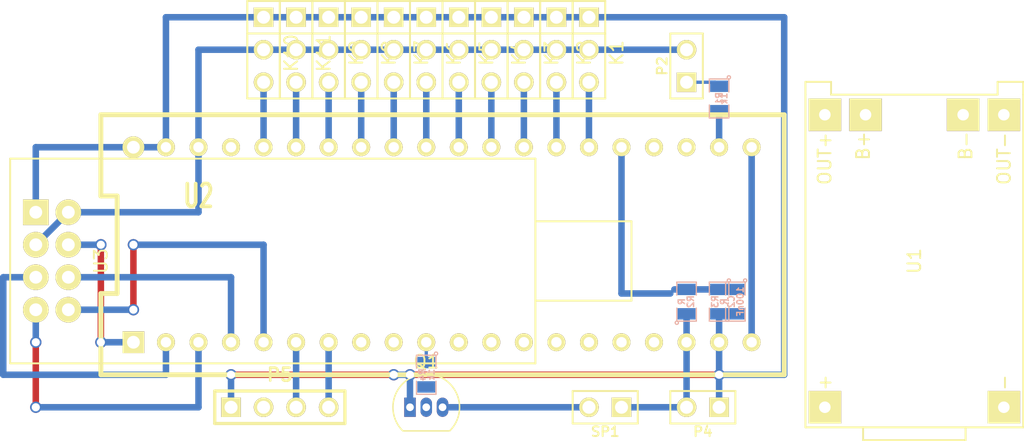
<source format=kicad_pcb>
(kicad_pcb (version 4) (host pcbnew 4.0.5-e0-6337~49~ubuntu16.04.1)

  (general
    (links 64)
    (no_connects 2)
    (area 215.544399 103.933399 295.696601 140.9306)
    (thickness 1.6)
    (drawings 0)
    (tracks 101)
    (zones 0)
    (modules 24)
    (nets 35)
  )

  (page A3)
  (layers
    (0 F.Cu signal)
    (31 B.Cu signal)
    (32 B.Adhes user)
    (33 F.Adhes user)
    (34 B.Paste user)
    (35 F.Paste user)
    (36 B.SilkS user)
    (37 F.SilkS user)
    (38 B.Mask user)
    (39 F.Mask user)
    (40 Dwgs.User user)
    (41 Cmts.User user)
    (42 Eco1.User user)
    (43 Eco2.User user)
    (44 Edge.Cuts user)
  )

  (setup
    (last_trace_width 0.254)
    (user_trace_width 0.508)
    (trace_clearance 0.1016)
    (zone_clearance 0.508)
    (zone_45_only no)
    (trace_min 0.254)
    (segment_width 0.2)
    (edge_width 0.1)
    (via_size 0.889)
    (via_drill 0.635)
    (via_min_size 0.889)
    (via_min_drill 0.508)
    (uvia_size 0.508)
    (uvia_drill 0.127)
    (uvias_allowed no)
    (uvia_min_size 0.508)
    (uvia_min_drill 0.127)
    (pcb_text_width 0.3)
    (pcb_text_size 1.5 1.5)
    (mod_edge_width 0.15)
    (mod_text_size 1 1)
    (mod_text_width 0.15)
    (pad_size 1.5 1.5)
    (pad_drill 0.6)
    (pad_to_mask_clearance 0)
    (aux_axis_origin 0 0)
    (grid_origin 213.36 139.7)
    (visible_elements 7FFFEF3F)
    (pcbplotparams
      (layerselection 0x00030_80000001)
      (usegerberextensions true)
      (excludeedgelayer true)
      (linewidth 0.150000)
      (plotframeref false)
      (viasonmask false)
      (mode 1)
      (useauxorigin false)
      (hpglpennumber 1)
      (hpglpenspeed 20)
      (hpglpendiameter 15)
      (hpglpenoverlay 2)
      (psnegative false)
      (psa4output false)
      (plotreference true)
      (plotvalue true)
      (plotinvisibletext false)
      (padsonsilk false)
      (subtractmaskfromsilk false)
      (outputformat 1)
      (mirror false)
      (drillshape 1)
      (scaleselection 1)
      (outputdirectory ""))
  )

  (net 0 "")
  (net 1 /ADC0)
  (net 2 /ADC1)
  (net 3 /ADC2)
  (net 4 /ADC3)
  (net 5 /ADC4)
  (net 6 /ADC5)
  (net 7 /ADC6)
  (net 8 /ADC7)
  (net 9 /ADC8)
  (net 10 /ADC9)
  (net 11 /BUZZER)
  (net 12 /CSN)
  (net 13 /IRQ)
  (net 14 /LED)
  (net 15 /MISO)
  (net 16 /MOSI)
  (net 17 /RX)
  (net 18 /SCK)
  (net 19 /SW1)
  (net 20 /SW2)
  (net 21 /TX)
  (net 22 GND)
  (net 23 N-000001)
  (net 24 N-0000013)
  (net 25 N-0000014)
  (net 26 N-0000021)
  (net 27 N-0000022)
  (net 28 N-0000029)
  (net 29 N-000003)
  (net 30 N-000004)
  (net 31 N-0000042)
  (net 32 N-0000043)
  (net 33 VCC)
  (net 34 VDD)

  (net_class Default "This is the default net class."
    (clearance 0.1016)
    (trace_width 0.254)
    (via_dia 0.889)
    (via_drill 0.635)
    (uvia_dia 0.508)
    (uvia_drill 0.127)
    (add_net /ADC0)
    (add_net /ADC1)
    (add_net /ADC2)
    (add_net /ADC3)
    (add_net /ADC4)
    (add_net /ADC5)
    (add_net /ADC6)
    (add_net /ADC7)
    (add_net /ADC8)
    (add_net /ADC9)
    (add_net /BUZZER)
    (add_net /CSN)
    (add_net /IRQ)
    (add_net /LED)
    (add_net /MISO)
    (add_net /MOSI)
    (add_net /RX)
    (add_net /SCK)
    (add_net /SW1)
    (add_net /SW2)
    (add_net /TX)
    (add_net GND)
    (add_net N-000001)
    (add_net N-0000013)
    (add_net N-0000014)
    (add_net N-0000021)
    (add_net N-0000022)
    (add_net N-0000029)
    (add_net N-000003)
    (add_net N-000004)
    (add_net N-0000042)
    (add_net N-0000043)
    (add_net VCC)
    (add_net VDD)
  )

  (module WLA-STM32:STM32F103C8T6 (layer F.Cu) (tedit 58998C2B) (tstamp 57204414)
    (at 250.19 124.46)
    (descr "Module Dil 40 pins, pads ronds, e=600 mils")
    (tags STM32)
    (path /57202BC2)
    (fp_text reference U2 (at -19.05 -3.81) (layer F.SilkS)
      (effects (font (size 1.778 1.143) (thickness 0.3048)))
    )
    (fp_text value STM32F103C8T6_DEV_BOARD (at 1.27 0) (layer F.SilkS) hide
      (effects (font (size 1.778 1.778) (thickness 0.3048)))
    )
    (fp_line (start 26.67 -10.16) (end 26.67 10.16) (layer F.SilkS) (width 0.381))
    (fp_line (start -26.67 3.81) (end -26.67 10.16) (layer F.SilkS) (width 0.381))
    (fp_line (start -25.4 -3.81) (end -25.4 3.81) (layer F.SilkS) (width 0.381))
    (fp_line (start -26.67 -10.16) (end -26.67 -3.81) (layer F.SilkS) (width 0.381))
    (fp_line (start -26.67 -3.81) (end -25.4 -3.81) (layer F.SilkS) (width 0.381))
    (fp_line (start -25.4 3.81) (end -26.67 3.81) (layer F.SilkS) (width 0.381))
    (fp_line (start -26.67 -10.16) (end 26.67 -10.16) (layer F.SilkS) (width 0.381))
    (fp_line (start 26.67 10.16) (end -26.67 10.16) (layer F.SilkS) (width 0.381))
    (pad 1 thru_hole rect (at -24.13 7.62) (size 1.7 1.7) (drill 1) (layers *.Cu *.Mask F.SilkS)
      (net 12 /CSN))
    (pad 2 thru_hole circle (at -21.59 7.62) (size 1.397 1.397) (drill 0.8128) (layers *.Cu *.Mask F.SilkS)
      (net 18 /SCK))
    (pad 3 thru_hole circle (at -19.05 7.62) (size 1.397 1.397) (drill 0.8128) (layers *.Cu *.Mask F.SilkS)
      (net 15 /MISO))
    (pad 4 thru_hole circle (at -16.51 7.62) (size 1.397 1.397) (drill 0.8128) (layers *.Cu *.Mask F.SilkS)
      (net 16 /MOSI))
    (pad 5 thru_hole circle (at -13.97 7.62) (size 1.397 1.397) (drill 0.8128) (layers *.Cu *.Mask F.SilkS)
      (net 13 /IRQ))
    (pad 6 thru_hole circle (at -11.43 7.62) (size 1.397 1.397) (drill 0.8128) (layers *.Cu *.Mask F.SilkS)
      (net 21 /TX))
    (pad 7 thru_hole circle (at -8.89 7.62) (size 1.397 1.397) (drill 0.8128) (layers *.Cu *.Mask F.SilkS)
      (net 17 /RX))
    (pad 8 thru_hole circle (at -6.35 7.62) (size 1.397 1.397) (drill 0.8128) (layers *.Cu *.Mask F.SilkS))
    (pad 9 thru_hole circle (at -3.81 7.62) (size 1.397 1.397) (drill 0.8128) (layers *.Cu *.Mask F.SilkS))
    (pad 10 thru_hole circle (at -1.27 7.62) (size 1.397 1.397) (drill 0.8128) (layers *.Cu *.Mask F.SilkS)
      (net 11 /BUZZER))
    (pad 11 thru_hole circle (at 1.27 7.62) (size 1.397 1.397) (drill 0.8128) (layers *.Cu *.Mask F.SilkS))
    (pad 12 thru_hole circle (at 3.81 7.62) (size 1.397 1.397) (drill 0.8128) (layers *.Cu *.Mask F.SilkS))
    (pad 13 thru_hole circle (at 6.35 7.62) (size 1.397 1.397) (drill 0.8128) (layers *.Cu *.Mask F.SilkS))
    (pad 14 thru_hole circle (at 8.89 7.62) (size 1.397 1.397) (drill 0.8128) (layers *.Cu *.Mask F.SilkS))
    (pad 15 thru_hole circle (at 11.43 7.62) (size 1.397 1.397) (drill 0.8128) (layers *.Cu *.Mask F.SilkS))
    (pad 16 thru_hole circle (at 13.97 7.62) (size 1.397 1.397) (drill 0.8128) (layers *.Cu *.Mask F.SilkS))
    (pad 17 thru_hole circle (at 16.51 7.62) (size 1.397 1.397) (drill 0.8128) (layers *.Cu *.Mask F.SilkS))
    (pad 18 thru_hole circle (at 19.05 7.62) (size 1.397 1.397) (drill 0.8128) (layers *.Cu *.Mask F.SilkS)
      (net 34 VDD))
    (pad 19 thru_hole circle (at 21.59 7.62) (size 1.397 1.397) (drill 0.8128) (layers *.Cu *.Mask F.SilkS)
      (net 22 GND))
    (pad 20 thru_hole circle (at 24.13 7.62) (size 1.397 1.397) (drill 0.8128) (layers *.Cu *.Mask F.SilkS)
      (net 27 N-0000022))
    (pad 21 thru_hole circle (at 24.13 -7.62) (size 1.397 1.397) (drill 0.8128) (layers *.Cu *.Mask F.SilkS)
      (net 27 N-0000022))
    (pad 22 thru_hole circle (at 21.59 -7.62) (size 1.397 1.397) (drill 0.8128) (layers *.Cu *.Mask F.SilkS)
      (net 14 /LED))
    (pad 23 thru_hole circle (at 19.05 -7.62) (size 1.397 1.397) (drill 0.8128) (layers *.Cu *.Mask F.SilkS))
    (pad 24 thru_hole circle (at 16.51 -7.62) (size 1.397 1.397) (drill 0.8128) (layers *.Cu *.Mask F.SilkS))
    (pad 25 thru_hole circle (at 13.97 -7.62) (size 1.397 1.397) (drill 0.8128) (layers *.Cu *.Mask F.SilkS)
      (net 1 /ADC0))
    (pad 26 thru_hole circle (at 11.43 -7.62) (size 1.397 1.397) (drill 0.8128) (layers *.Cu *.Mask F.SilkS)
      (net 2 /ADC1))
    (pad 27 thru_hole circle (at 8.89 -7.62) (size 1.397 1.397) (drill 0.8128) (layers *.Cu *.Mask F.SilkS)
      (net 3 /ADC2))
    (pad 28 thru_hole circle (at 6.35 -7.62) (size 1.397 1.397) (drill 0.8128) (layers *.Cu *.Mask F.SilkS)
      (net 4 /ADC3))
    (pad 29 thru_hole circle (at 3.81 -7.62) (size 1.397 1.397) (drill 0.8128) (layers *.Cu *.Mask F.SilkS)
      (net 5 /ADC4))
    (pad 30 thru_hole circle (at 1.27 -7.62) (size 1.397 1.397) (drill 0.8128) (layers *.Cu *.Mask F.SilkS)
      (net 6 /ADC5))
    (pad 31 thru_hole circle (at -1.27 -7.62) (size 1.397 1.397) (drill 0.8128) (layers *.Cu *.Mask F.SilkS)
      (net 7 /ADC6))
    (pad 32 thru_hole circle (at -3.81 -7.62) (size 1.397 1.397) (drill 0.8128) (layers *.Cu *.Mask F.SilkS)
      (net 8 /ADC7))
    (pad 33 thru_hole circle (at -6.35 -7.62) (size 1.397 1.397) (drill 0.8128) (layers *.Cu *.Mask F.SilkS)
      (net 9 /ADC8))
    (pad 34 thru_hole circle (at -8.89 -7.62) (size 1.397 1.397) (drill 0.8128) (layers *.Cu *.Mask F.SilkS)
      (net 10 /ADC9))
    (pad 35 thru_hole circle (at -11.43 -7.62) (size 1.397 1.397) (drill 0.8128) (layers *.Cu *.Mask F.SilkS)
      (net 20 /SW2))
    (pad 36 thru_hole circle (at -13.97 -7.62) (size 1.397 1.397) (drill 0.8128) (layers *.Cu *.Mask F.SilkS)
      (net 19 /SW1))
    (pad 37 thru_hole circle (at -16.51 -7.62) (size 1.397 1.397) (drill 0.8128) (layers *.Cu *.Mask F.SilkS))
    (pad 38 thru_hole circle (at -19.05 -7.62) (size 1.397 1.397) (drill 0.8128) (layers *.Cu *.Mask F.SilkS)
      (net 33 VCC))
    (pad 39 thru_hole circle (at -21.59 -7.62) (size 1.397 1.397) (drill 0.8128) (layers *.Cu *.Mask F.SilkS)
      (net 22 GND))
    (pad 40 thru_hole circle (at -24.13 -7.62) (size 1.7 1.7) (drill 1) (layers *.Cu *.Mask F.SilkS)
      (net 22 GND))
    (model /home/laneboysrc/projects/kicad-libraries/WLA-STM32.pretty/STM32F103C8T6.x3d
      (at (xyz 0 0 0))
      (scale (xyz 1 1 1))
      (rotate (xyz 0 0 0))
    )
  )

  (module PIN_ARRAY_3X1 (layer F.Cu) (tedit 4C1130E0) (tstamp 5720437F)
    (at 261.62 109.22 270)
    (descr "Connecteur 3 pins")
    (tags "CONN DEV")
    (path /57203BE7)
    (fp_text reference K1 (at 0.254 -2.159 270) (layer F.SilkS)
      (effects (font (size 1.016 1.016) (thickness 0.1524)))
    )
    (fp_text value CONN_3 (at 0 -2.159 270) (layer F.SilkS) hide
      (effects (font (size 1.016 1.016) (thickness 0.1524)))
    )
    (fp_line (start -3.81 1.27) (end -3.81 -1.27) (layer F.SilkS) (width 0.1524))
    (fp_line (start -3.81 -1.27) (end 3.81 -1.27) (layer F.SilkS) (width 0.1524))
    (fp_line (start 3.81 -1.27) (end 3.81 1.27) (layer F.SilkS) (width 0.1524))
    (fp_line (start 3.81 1.27) (end -3.81 1.27) (layer F.SilkS) (width 0.1524))
    (fp_line (start -1.27 -1.27) (end -1.27 1.27) (layer F.SilkS) (width 0.1524))
    (pad 1 thru_hole rect (at -2.54 0 270) (size 1.524 1.524) (drill 1.016) (layers *.Cu *.Mask F.SilkS)
      (net 22 GND))
    (pad 2 thru_hole circle (at 0 0 270) (size 1.524 1.524) (drill 1.016) (layers *.Cu *.Mask F.SilkS)
      (net 33 VCC))
    (pad 3 thru_hole circle (at 2.54 0 270) (size 1.524 1.524) (drill 1.016) (layers *.Cu *.Mask F.SilkS)
      (net 2 /ADC1))
    (model pin_array/pins_array_3x1.wrl
      (at (xyz 0 0 0))
      (scale (xyz 1 1 1))
      (rotate (xyz 0 0 0))
    )
  )

  (module PIN_ARRAY_3X1 (layer F.Cu) (tedit 4C1130E0) (tstamp 57204373)
    (at 256.54 109.22 270)
    (descr "Connecteur 3 pins")
    (tags "CONN DEV")
    (path /57203C22)
    (fp_text reference K3 (at 0.254 -2.159 270) (layer F.SilkS)
      (effects (font (size 1.016 1.016) (thickness 0.1524)))
    )
    (fp_text value CONN_3 (at 0 -2.159 270) (layer F.SilkS) hide
      (effects (font (size 1.016 1.016) (thickness 0.1524)))
    )
    (fp_line (start -3.81 1.27) (end -3.81 -1.27) (layer F.SilkS) (width 0.1524))
    (fp_line (start -3.81 -1.27) (end 3.81 -1.27) (layer F.SilkS) (width 0.1524))
    (fp_line (start 3.81 -1.27) (end 3.81 1.27) (layer F.SilkS) (width 0.1524))
    (fp_line (start 3.81 1.27) (end -3.81 1.27) (layer F.SilkS) (width 0.1524))
    (fp_line (start -1.27 -1.27) (end -1.27 1.27) (layer F.SilkS) (width 0.1524))
    (pad 1 thru_hole rect (at -2.54 0 270) (size 1.524 1.524) (drill 1.016) (layers *.Cu *.Mask F.SilkS)
      (net 22 GND))
    (pad 2 thru_hole circle (at 0 0 270) (size 1.524 1.524) (drill 1.016) (layers *.Cu *.Mask F.SilkS)
      (net 33 VCC))
    (pad 3 thru_hole circle (at 2.54 0 270) (size 1.524 1.524) (drill 1.016) (layers *.Cu *.Mask F.SilkS)
      (net 4 /ADC3))
    (model pin_array/pins_array_3x1.wrl
      (at (xyz 0 0 0))
      (scale (xyz 1 1 1))
      (rotate (xyz 0 0 0))
    )
  )

  (module PIN_ARRAY_3X1 (layer F.Cu) (tedit 4C1130E0) (tstamp 57204367)
    (at 254 109.22 270)
    (descr "Connecteur 3 pins")
    (tags "CONN DEV")
    (path /57203C28)
    (fp_text reference K4 (at 0.254 -2.159 270) (layer F.SilkS)
      (effects (font (size 1.016 1.016) (thickness 0.1524)))
    )
    (fp_text value CONN_3 (at 0 -2.159 270) (layer F.SilkS) hide
      (effects (font (size 1.016 1.016) (thickness 0.1524)))
    )
    (fp_line (start -3.81 1.27) (end -3.81 -1.27) (layer F.SilkS) (width 0.1524))
    (fp_line (start -3.81 -1.27) (end 3.81 -1.27) (layer F.SilkS) (width 0.1524))
    (fp_line (start 3.81 -1.27) (end 3.81 1.27) (layer F.SilkS) (width 0.1524))
    (fp_line (start 3.81 1.27) (end -3.81 1.27) (layer F.SilkS) (width 0.1524))
    (fp_line (start -1.27 -1.27) (end -1.27 1.27) (layer F.SilkS) (width 0.1524))
    (pad 1 thru_hole rect (at -2.54 0 270) (size 1.524 1.524) (drill 1.016) (layers *.Cu *.Mask F.SilkS)
      (net 22 GND))
    (pad 2 thru_hole circle (at 0 0 270) (size 1.524 1.524) (drill 1.016) (layers *.Cu *.Mask F.SilkS)
      (net 33 VCC))
    (pad 3 thru_hole circle (at 2.54 0 270) (size 1.524 1.524) (drill 1.016) (layers *.Cu *.Mask F.SilkS)
      (net 5 /ADC4))
    (model pin_array/pins_array_3x1.wrl
      (at (xyz 0 0 0))
      (scale (xyz 1 1 1))
      (rotate (xyz 0 0 0))
    )
  )

  (module PIN_ARRAY_3X1 (layer F.Cu) (tedit 4C1130E0) (tstamp 5720435B)
    (at 251.46 109.22 270)
    (descr "Connecteur 3 pins")
    (tags "CONN DEV")
    (path /57203C2E)
    (fp_text reference K5 (at 0.254 -2.159 270) (layer F.SilkS)
      (effects (font (size 1.016 1.016) (thickness 0.1524)))
    )
    (fp_text value CONN_3 (at 0 -2.159 270) (layer F.SilkS) hide
      (effects (font (size 1.016 1.016) (thickness 0.1524)))
    )
    (fp_line (start -3.81 1.27) (end -3.81 -1.27) (layer F.SilkS) (width 0.1524))
    (fp_line (start -3.81 -1.27) (end 3.81 -1.27) (layer F.SilkS) (width 0.1524))
    (fp_line (start 3.81 -1.27) (end 3.81 1.27) (layer F.SilkS) (width 0.1524))
    (fp_line (start 3.81 1.27) (end -3.81 1.27) (layer F.SilkS) (width 0.1524))
    (fp_line (start -1.27 -1.27) (end -1.27 1.27) (layer F.SilkS) (width 0.1524))
    (pad 1 thru_hole rect (at -2.54 0 270) (size 1.524 1.524) (drill 1.016) (layers *.Cu *.Mask F.SilkS)
      (net 22 GND))
    (pad 2 thru_hole circle (at 0 0 270) (size 1.524 1.524) (drill 1.016) (layers *.Cu *.Mask F.SilkS)
      (net 33 VCC))
    (pad 3 thru_hole circle (at 2.54 0 270) (size 1.524 1.524) (drill 1.016) (layers *.Cu *.Mask F.SilkS)
      (net 6 /ADC5))
    (model pin_array/pins_array_3x1.wrl
      (at (xyz 0 0 0))
      (scale (xyz 1 1 1))
      (rotate (xyz 0 0 0))
    )
  )

  (module PIN_ARRAY_3X1 (layer F.Cu) (tedit 4C1130E0) (tstamp 5720434F)
    (at 248.92 109.22 270)
    (descr "Connecteur 3 pins")
    (tags "CONN DEV")
    (path /57203C34)
    (fp_text reference K6 (at 0.254 -2.159 270) (layer F.SilkS)
      (effects (font (size 1.016 1.016) (thickness 0.1524)))
    )
    (fp_text value CONN_3 (at 0 -2.159 270) (layer F.SilkS) hide
      (effects (font (size 1.016 1.016) (thickness 0.1524)))
    )
    (fp_line (start -3.81 1.27) (end -3.81 -1.27) (layer F.SilkS) (width 0.1524))
    (fp_line (start -3.81 -1.27) (end 3.81 -1.27) (layer F.SilkS) (width 0.1524))
    (fp_line (start 3.81 -1.27) (end 3.81 1.27) (layer F.SilkS) (width 0.1524))
    (fp_line (start 3.81 1.27) (end -3.81 1.27) (layer F.SilkS) (width 0.1524))
    (fp_line (start -1.27 -1.27) (end -1.27 1.27) (layer F.SilkS) (width 0.1524))
    (pad 1 thru_hole rect (at -2.54 0 270) (size 1.524 1.524) (drill 1.016) (layers *.Cu *.Mask F.SilkS)
      (net 22 GND))
    (pad 2 thru_hole circle (at 0 0 270) (size 1.524 1.524) (drill 1.016) (layers *.Cu *.Mask F.SilkS)
      (net 33 VCC))
    (pad 3 thru_hole circle (at 2.54 0 270) (size 1.524 1.524) (drill 1.016) (layers *.Cu *.Mask F.SilkS)
      (net 7 /ADC6))
    (model pin_array/pins_array_3x1.wrl
      (at (xyz 0 0 0))
      (scale (xyz 1 1 1))
      (rotate (xyz 0 0 0))
    )
  )

  (module PIN_ARRAY_3X1 (layer F.Cu) (tedit 4C1130E0) (tstamp 57204343)
    (at 246.38 109.22 270)
    (descr "Connecteur 3 pins")
    (tags "CONN DEV")
    (path /57203C3A)
    (fp_text reference K7 (at 0.254 -2.159 270) (layer F.SilkS)
      (effects (font (size 1.016 1.016) (thickness 0.1524)))
    )
    (fp_text value CONN_3 (at 0 -2.159 270) (layer F.SilkS) hide
      (effects (font (size 1.016 1.016) (thickness 0.1524)))
    )
    (fp_line (start -3.81 1.27) (end -3.81 -1.27) (layer F.SilkS) (width 0.1524))
    (fp_line (start -3.81 -1.27) (end 3.81 -1.27) (layer F.SilkS) (width 0.1524))
    (fp_line (start 3.81 -1.27) (end 3.81 1.27) (layer F.SilkS) (width 0.1524))
    (fp_line (start 3.81 1.27) (end -3.81 1.27) (layer F.SilkS) (width 0.1524))
    (fp_line (start -1.27 -1.27) (end -1.27 1.27) (layer F.SilkS) (width 0.1524))
    (pad 1 thru_hole rect (at -2.54 0 270) (size 1.524 1.524) (drill 1.016) (layers *.Cu *.Mask F.SilkS)
      (net 22 GND))
    (pad 2 thru_hole circle (at 0 0 270) (size 1.524 1.524) (drill 1.016) (layers *.Cu *.Mask F.SilkS)
      (net 33 VCC))
    (pad 3 thru_hole circle (at 2.54 0 270) (size 1.524 1.524) (drill 1.016) (layers *.Cu *.Mask F.SilkS)
      (net 8 /ADC7))
    (model pin_array/pins_array_3x1.wrl
      (at (xyz 0 0 0))
      (scale (xyz 1 1 1))
      (rotate (xyz 0 0 0))
    )
  )

  (module PIN_ARRAY_3X1 (layer F.Cu) (tedit 4C1130E0) (tstamp 57204337)
    (at 243.84 109.22 270)
    (descr "Connecteur 3 pins")
    (tags "CONN DEV")
    (path /57203C40)
    (fp_text reference K8 (at 0.254 -2.159 270) (layer F.SilkS)
      (effects (font (size 1.016 1.016) (thickness 0.1524)))
    )
    (fp_text value CONN_3 (at 0 -2.159 270) (layer F.SilkS) hide
      (effects (font (size 1.016 1.016) (thickness 0.1524)))
    )
    (fp_line (start -3.81 1.27) (end -3.81 -1.27) (layer F.SilkS) (width 0.1524))
    (fp_line (start -3.81 -1.27) (end 3.81 -1.27) (layer F.SilkS) (width 0.1524))
    (fp_line (start 3.81 -1.27) (end 3.81 1.27) (layer F.SilkS) (width 0.1524))
    (fp_line (start 3.81 1.27) (end -3.81 1.27) (layer F.SilkS) (width 0.1524))
    (fp_line (start -1.27 -1.27) (end -1.27 1.27) (layer F.SilkS) (width 0.1524))
    (pad 1 thru_hole rect (at -2.54 0 270) (size 1.524 1.524) (drill 1.016) (layers *.Cu *.Mask F.SilkS)
      (net 22 GND))
    (pad 2 thru_hole circle (at 0 0 270) (size 1.524 1.524) (drill 1.016) (layers *.Cu *.Mask F.SilkS)
      (net 33 VCC))
    (pad 3 thru_hole circle (at 2.54 0 270) (size 1.524 1.524) (drill 1.016) (layers *.Cu *.Mask F.SilkS)
      (net 9 /ADC8))
    (model pin_array/pins_array_3x1.wrl
      (at (xyz 0 0 0))
      (scale (xyz 1 1 1))
      (rotate (xyz 0 0 0))
    )
  )

  (module PIN_ARRAY_3X1 (layer F.Cu) (tedit 4C1130E0) (tstamp 5720432B)
    (at 241.3 109.22 270)
    (descr "Connecteur 3 pins")
    (tags "CONN DEV")
    (path /57203C46)
    (fp_text reference K9 (at 0.254 -2.159 270) (layer F.SilkS)
      (effects (font (size 1.016 1.016) (thickness 0.1524)))
    )
    (fp_text value CONN_3 (at 0 -2.159 270) (layer F.SilkS) hide
      (effects (font (size 1.016 1.016) (thickness 0.1524)))
    )
    (fp_line (start -3.81 1.27) (end -3.81 -1.27) (layer F.SilkS) (width 0.1524))
    (fp_line (start -3.81 -1.27) (end 3.81 -1.27) (layer F.SilkS) (width 0.1524))
    (fp_line (start 3.81 -1.27) (end 3.81 1.27) (layer F.SilkS) (width 0.1524))
    (fp_line (start 3.81 1.27) (end -3.81 1.27) (layer F.SilkS) (width 0.1524))
    (fp_line (start -1.27 -1.27) (end -1.27 1.27) (layer F.SilkS) (width 0.1524))
    (pad 1 thru_hole rect (at -2.54 0 270) (size 1.524 1.524) (drill 1.016) (layers *.Cu *.Mask F.SilkS)
      (net 22 GND))
    (pad 2 thru_hole circle (at 0 0 270) (size 1.524 1.524) (drill 1.016) (layers *.Cu *.Mask F.SilkS)
      (net 33 VCC))
    (pad 3 thru_hole circle (at 2.54 0 270) (size 1.524 1.524) (drill 1.016) (layers *.Cu *.Mask F.SilkS)
      (net 10 /ADC9))
    (model pin_array/pins_array_3x1.wrl
      (at (xyz 0 0 0))
      (scale (xyz 1 1 1))
      (rotate (xyz 0 0 0))
    )
  )

  (module PIN_ARRAY_3X1 (layer F.Cu) (tedit 4C1130E0) (tstamp 5720431F)
    (at 236.22 109.22 270)
    (descr "Connecteur 3 pins")
    (tags "CONN DEV")
    (path /57203E9D)
    (fp_text reference K10 (at 0.254 -2.159 270) (layer F.SilkS)
      (effects (font (size 1.016 1.016) (thickness 0.1524)))
    )
    (fp_text value CONN_3 (at 0 -2.159 270) (layer F.SilkS) hide
      (effects (font (size 1.016 1.016) (thickness 0.1524)))
    )
    (fp_line (start -3.81 1.27) (end -3.81 -1.27) (layer F.SilkS) (width 0.1524))
    (fp_line (start -3.81 -1.27) (end 3.81 -1.27) (layer F.SilkS) (width 0.1524))
    (fp_line (start 3.81 -1.27) (end 3.81 1.27) (layer F.SilkS) (width 0.1524))
    (fp_line (start 3.81 1.27) (end -3.81 1.27) (layer F.SilkS) (width 0.1524))
    (fp_line (start -1.27 -1.27) (end -1.27 1.27) (layer F.SilkS) (width 0.1524))
    (pad 1 thru_hole rect (at -2.54 0 270) (size 1.524 1.524) (drill 1.016) (layers *.Cu *.Mask F.SilkS)
      (net 22 GND))
    (pad 2 thru_hole circle (at 0 0 270) (size 1.524 1.524) (drill 1.016) (layers *.Cu *.Mask F.SilkS)
      (net 33 VCC))
    (pad 3 thru_hole circle (at 2.54 0 270) (size 1.524 1.524) (drill 1.016) (layers *.Cu *.Mask F.SilkS)
      (net 19 /SW1))
    (model pin_array/pins_array_3x1.wrl
      (at (xyz 0 0 0))
      (scale (xyz 1 1 1))
      (rotate (xyz 0 0 0))
    )
  )

  (module PIN_ARRAY_3X1 (layer F.Cu) (tedit 4C1130E0) (tstamp 57204313)
    (at 238.76 109.22 270)
    (descr "Connecteur 3 pins")
    (tags "CONN DEV")
    (path /57203EA3)
    (fp_text reference K11 (at 0.254 -2.159 270) (layer F.SilkS)
      (effects (font (size 1.016 1.016) (thickness 0.1524)))
    )
    (fp_text value CONN_3 (at 0 -2.159 270) (layer F.SilkS) hide
      (effects (font (size 1.016 1.016) (thickness 0.1524)))
    )
    (fp_line (start -3.81 1.27) (end -3.81 -1.27) (layer F.SilkS) (width 0.1524))
    (fp_line (start -3.81 -1.27) (end 3.81 -1.27) (layer F.SilkS) (width 0.1524))
    (fp_line (start 3.81 -1.27) (end 3.81 1.27) (layer F.SilkS) (width 0.1524))
    (fp_line (start 3.81 1.27) (end -3.81 1.27) (layer F.SilkS) (width 0.1524))
    (fp_line (start -1.27 -1.27) (end -1.27 1.27) (layer F.SilkS) (width 0.1524))
    (pad 1 thru_hole rect (at -2.54 0 270) (size 1.524 1.524) (drill 1.016) (layers *.Cu *.Mask F.SilkS)
      (net 22 GND))
    (pad 2 thru_hole circle (at 0 0 270) (size 1.524 1.524) (drill 1.016) (layers *.Cu *.Mask F.SilkS)
      (net 33 VCC))
    (pad 3 thru_hole circle (at 2.54 0 270) (size 1.524 1.524) (drill 1.016) (layers *.Cu *.Mask F.SilkS)
      (net 20 /SW2))
    (model pin_array/pins_array_3x1.wrl
      (at (xyz 0 0 0))
      (scale (xyz 1 1 1))
      (rotate (xyz 0 0 0))
    )
  )

  (module PIN_ARRAY_3X1 (layer F.Cu) (tedit 4C1130E0) (tstamp 572042FB)
    (at 259.08 109.22 270)
    (descr "Connecteur 3 pins")
    (tags "CONN DEV")
    (path /57203BF4)
    (fp_text reference K2 (at 0.254 -2.159 270) (layer F.SilkS)
      (effects (font (size 1.016 1.016) (thickness 0.1524)))
    )
    (fp_text value CONN_3 (at 0 -2.159 270) (layer F.SilkS) hide
      (effects (font (size 1.016 1.016) (thickness 0.1524)))
    )
    (fp_line (start -3.81 1.27) (end -3.81 -1.27) (layer F.SilkS) (width 0.1524))
    (fp_line (start -3.81 -1.27) (end 3.81 -1.27) (layer F.SilkS) (width 0.1524))
    (fp_line (start 3.81 -1.27) (end 3.81 1.27) (layer F.SilkS) (width 0.1524))
    (fp_line (start 3.81 1.27) (end -3.81 1.27) (layer F.SilkS) (width 0.1524))
    (fp_line (start -1.27 -1.27) (end -1.27 1.27) (layer F.SilkS) (width 0.1524))
    (pad 1 thru_hole rect (at -2.54 0 270) (size 1.524 1.524) (drill 1.016) (layers *.Cu *.Mask F.SilkS)
      (net 22 GND))
    (pad 2 thru_hole circle (at 0 0 270) (size 1.524 1.524) (drill 1.016) (layers *.Cu *.Mask F.SilkS)
      (net 33 VCC))
    (pad 3 thru_hole circle (at 2.54 0 270) (size 1.524 1.524) (drill 1.016) (layers *.Cu *.Mask F.SilkS)
      (net 3 /ADC2))
    (model pin_array/pins_array_3x1.wrl
      (at (xyz 0 0 0))
      (scale (xyz 1 1 1))
      (rotate (xyz 0 0 0))
    )
  )

  (module NRF24L01P-PA-LNA (layer F.Cu) (tedit 574AD677) (tstamp 572043C4)
    (at 218.44 125.73 270)
    (path /57202BD1)
    (fp_text reference U3 (at 0 -5.08 270) (layer F.SilkS)
      (effects (font (size 1 1) (thickness 0.15)))
    )
    (fp_text value NRF24L01P (at 0 -12.7 270) (layer F.SilkS) hide
      (effects (font (size 1 1) (thickness 0.15)))
    )
    (fp_line (start -3.1 -39.1) (end -3.1 -46.5) (layer F.SilkS) (width 0.15))
    (fp_line (start -3.1 -46.5) (end 3.1 -46.5) (layer F.SilkS) (width 0.15))
    (fp_line (start 3.1 -46.5) (end 3.1 -39) (layer F.SilkS) (width 0.15))
    (fp_line (start -8 2) (end 8 2) (layer F.SilkS) (width 0.15))
    (fp_line (start 8 2) (end 8 -39) (layer F.SilkS) (width 0.15))
    (fp_line (start 8 -39) (end -8 -39) (layer F.SilkS) (width 0.15))
    (fp_line (start -8 -39) (end -8 2) (layer F.SilkS) (width 0.15))
    (pad 1 thru_hole rect (at -3.81 0 270) (size 2 2) (drill 1) (layers *.Cu *.Mask F.SilkS)
      (net 22 GND))
    (pad 2 thru_hole circle (at -3.81 -2.54 270) (size 2 2) (drill 1) (layers *.Cu *.Mask F.SilkS)
      (net 33 VCC))
    (pad 3 thru_hole circle (at -1.27 0 270) (size 2 2) (drill 1) (layers *.Cu *.Mask F.SilkS)
      (net 33 VCC))
    (pad 4 thru_hole circle (at -1.27 -2.54 270) (size 2 2) (drill 1) (layers *.Cu *.Mask F.SilkS)
      (net 12 /CSN))
    (pad 5 thru_hole circle (at 1.27 0 270) (size 2 2) (drill 1) (layers *.Cu *.Mask F.SilkS)
      (net 18 /SCK))
    (pad 6 thru_hole circle (at 1.27 -2.54 270) (size 2 2) (drill 1) (layers *.Cu *.Mask F.SilkS)
      (net 16 /MOSI))
    (pad 7 thru_hole circle (at 3.81 0 270) (size 2 2) (drill 1) (layers *.Cu *.Mask F.SilkS)
      (net 15 /MISO))
    (pad 8 thru_hole circle (at 3.81 -2.54 270) (size 2 2) (drill 1) (layers *.Cu *.Mask F.SilkS)
      (net 13 /IRQ))
  )

  (module SM0805 (layer B.Cu) (tedit 5091495C) (tstamp 572042BB)
    (at 248.92 134.62 270)
    (path /572052B4)
    (attr smd)
    (fp_text reference R4 (at 0 0.3175 270) (layer B.SilkS)
      (effects (font (size 0.50038 0.50038) (thickness 0.10922)) (justify mirror))
    )
    (fp_text value 1k (at 0 -0.381 270) (layer B.SilkS)
      (effects (font (size 0.50038 0.50038) (thickness 0.10922)) (justify mirror))
    )
    (fp_circle (center -1.651 -0.762) (end -1.651 -0.635) (layer B.SilkS) (width 0.09906))
    (fp_line (start -0.508 -0.762) (end -1.524 -0.762) (layer B.SilkS) (width 0.09906))
    (fp_line (start -1.524 -0.762) (end -1.524 0.762) (layer B.SilkS) (width 0.09906))
    (fp_line (start -1.524 0.762) (end -0.508 0.762) (layer B.SilkS) (width 0.09906))
    (fp_line (start 0.508 0.762) (end 1.524 0.762) (layer B.SilkS) (width 0.09906))
    (fp_line (start 1.524 0.762) (end 1.524 -0.762) (layer B.SilkS) (width 0.09906))
    (fp_line (start 1.524 -0.762) (end 0.508 -0.762) (layer B.SilkS) (width 0.09906))
    (pad 1 smd rect (at -0.9525 0 270) (size 0.889 1.397) (layers B.Cu B.Paste B.Mask)
      (net 11 /BUZZER))
    (pad 2 smd rect (at 0.9525 0 270) (size 0.889 1.397) (layers B.Cu B.Paste B.Mask)
      (net 24 N-0000013))
    (model smd/chip_cms.wrl
      (at (xyz 0 0 0))
      (scale (xyz 0.1 0.1 0.1))
      (rotate (xyz 0 0 0))
    )
  )

  (module SM0805 (layer B.Cu) (tedit 57204F8E) (tstamp 572042D5)
    (at 271.78 113.03 270)
    (path /572032A2)
    (attr smd)
    (fp_text reference R1 (at 0 0 270) (layer B.SilkS)
      (effects (font (size 0.50038 0.50038) (thickness 0.10922)) (justify mirror))
    )
    (fp_text value 1k (at 0 -0.381 270) (layer B.SilkS)
      (effects (font (size 0.50038 0.50038) (thickness 0.10922)) (justify mirror))
    )
    (fp_circle (center -1.651 -0.762) (end -1.651 -0.635) (layer B.SilkS) (width 0.09906))
    (fp_line (start -0.508 -0.762) (end -1.524 -0.762) (layer B.SilkS) (width 0.09906))
    (fp_line (start -1.524 -0.762) (end -1.524 0.762) (layer B.SilkS) (width 0.09906))
    (fp_line (start -1.524 0.762) (end -0.508 0.762) (layer B.SilkS) (width 0.09906))
    (fp_line (start 0.508 0.762) (end 1.524 0.762) (layer B.SilkS) (width 0.09906))
    (fp_line (start 1.524 0.762) (end 1.524 -0.762) (layer B.SilkS) (width 0.09906))
    (fp_line (start 1.524 -0.762) (end 0.508 -0.762) (layer B.SilkS) (width 0.09906))
    (pad 1 smd rect (at -0.9525 0 270) (size 0.889 1.397) (layers B.Cu B.Paste B.Mask)
      (net 32 N-0000043))
    (pad 2 smd rect (at 0.9525 0 270) (size 0.889 1.397) (layers B.Cu B.Paste B.Mask)
      (net 14 /LED))
    (model smd/chip_cms.wrl
      (at (xyz 0 0 0))
      (scale (xyz 0.1 0.1 0.1))
      (rotate (xyz 0 0 0))
    )
  )

  (module SM0805 (layer B.Cu) (tedit 5091495C) (tstamp 572042E2)
    (at 269.24 128.905 90)
    (path /57203444)
    (attr smd)
    (fp_text reference R2 (at 0 0.3175 90) (layer B.SilkS)
      (effects (font (size 0.50038 0.50038) (thickness 0.10922)) (justify mirror))
    )
    (fp_text value R (at 0 -0.381 90) (layer B.SilkS)
      (effects (font (size 0.50038 0.50038) (thickness 0.10922)) (justify mirror))
    )
    (fp_circle (center -1.651 -0.762) (end -1.651 -0.635) (layer B.SilkS) (width 0.09906))
    (fp_line (start -0.508 -0.762) (end -1.524 -0.762) (layer B.SilkS) (width 0.09906))
    (fp_line (start -1.524 -0.762) (end -1.524 0.762) (layer B.SilkS) (width 0.09906))
    (fp_line (start -1.524 0.762) (end -0.508 0.762) (layer B.SilkS) (width 0.09906))
    (fp_line (start 0.508 0.762) (end 1.524 0.762) (layer B.SilkS) (width 0.09906))
    (fp_line (start 1.524 0.762) (end 1.524 -0.762) (layer B.SilkS) (width 0.09906))
    (fp_line (start 1.524 -0.762) (end 0.508 -0.762) (layer B.SilkS) (width 0.09906))
    (pad 1 smd rect (at -0.9525 0 90) (size 0.889 1.397) (layers B.Cu B.Paste B.Mask)
      (net 34 VDD))
    (pad 2 smd rect (at 0.9525 0 90) (size 0.889 1.397) (layers B.Cu B.Paste B.Mask)
      (net 1 /ADC0))
    (model smd/chip_cms.wrl
      (at (xyz 0 0 0))
      (scale (xyz 0.1 0.1 0.1))
      (rotate (xyz 0 0 0))
    )
  )

  (module SM0805 (layer B.Cu) (tedit 5091495C) (tstamp 572042EF)
    (at 271.78 128.905 270)
    (path /57203451)
    (attr smd)
    (fp_text reference R3 (at 0 0.3175 270) (layer B.SilkS)
      (effects (font (size 0.50038 0.50038) (thickness 0.10922)) (justify mirror))
    )
    (fp_text value R (at 0 -0.381 270) (layer B.SilkS)
      (effects (font (size 0.50038 0.50038) (thickness 0.10922)) (justify mirror))
    )
    (fp_circle (center -1.651 -0.762) (end -1.651 -0.635) (layer B.SilkS) (width 0.09906))
    (fp_line (start -0.508 -0.762) (end -1.524 -0.762) (layer B.SilkS) (width 0.09906))
    (fp_line (start -1.524 -0.762) (end -1.524 0.762) (layer B.SilkS) (width 0.09906))
    (fp_line (start -1.524 0.762) (end -0.508 0.762) (layer B.SilkS) (width 0.09906))
    (fp_line (start 0.508 0.762) (end 1.524 0.762) (layer B.SilkS) (width 0.09906))
    (fp_line (start 1.524 0.762) (end 1.524 -0.762) (layer B.SilkS) (width 0.09906))
    (fp_line (start 1.524 -0.762) (end 0.508 -0.762) (layer B.SilkS) (width 0.09906))
    (pad 1 smd rect (at -0.9525 0 270) (size 0.889 1.397) (layers B.Cu B.Paste B.Mask)
      (net 1 /ADC0))
    (pad 2 smd rect (at 0.9525 0 270) (size 0.889 1.397) (layers B.Cu B.Paste B.Mask)
      (net 22 GND))
    (model smd/chip_cms.wrl
      (at (xyz 0 0 0))
      (scale (xyz 0.1 0.1 0.1))
      (rotate (xyz 0 0 0))
    )
  )

  (module PIN_ARRAY_2X1 (layer F.Cu) (tedit 4565C520) (tstamp 57204393)
    (at 262.89 137.16 180)
    (descr "Connecteurs 2 pins")
    (tags "CONN DEV")
    (path /5720518F)
    (fp_text reference SP1 (at 0 -1.905 180) (layer F.SilkS)
      (effects (font (size 0.762 0.762) (thickness 0.1524)))
    )
    (fp_text value SPEAKER (at 0 -1.905 180) (layer F.SilkS) hide
      (effects (font (size 0.762 0.762) (thickness 0.1524)))
    )
    (fp_line (start -2.54 1.27) (end -2.54 -1.27) (layer F.SilkS) (width 0.1524))
    (fp_line (start -2.54 -1.27) (end 2.54 -1.27) (layer F.SilkS) (width 0.1524))
    (fp_line (start 2.54 -1.27) (end 2.54 1.27) (layer F.SilkS) (width 0.1524))
    (fp_line (start 2.54 1.27) (end -2.54 1.27) (layer F.SilkS) (width 0.1524))
    (pad 1 thru_hole rect (at -1.27 0 180) (size 1.524 1.524) (drill 1.016) (layers *.Cu *.Mask F.SilkS)
      (net 34 VDD))
    (pad 2 thru_hole circle (at 1.27 0 180) (size 1.524 1.524) (drill 1.016) (layers *.Cu *.Mask F.SilkS)
      (net 25 N-0000014))
    (model pin_array/pins_array_2x1.wrl
      (at (xyz 0 0 0))
      (scale (xyz 1 1 1))
      (rotate (xyz 0 0 0))
    )
  )

  (module PIN_ARRAY_2X1 (layer F.Cu) (tedit 4565C520) (tstamp 572043A7)
    (at 269.24 110.49 90)
    (descr "Connecteurs 2 pins")
    (tags "CONN DEV")
    (path /572032B1)
    (fp_text reference P2 (at 0 -1.905 90) (layer F.SilkS)
      (effects (font (size 0.762 0.762) (thickness 0.1524)))
    )
    (fp_text value LED (at 0 -1.905 90) (layer F.SilkS) hide
      (effects (font (size 0.762 0.762) (thickness 0.1524)))
    )
    (fp_line (start -2.54 1.27) (end -2.54 -1.27) (layer F.SilkS) (width 0.1524))
    (fp_line (start -2.54 -1.27) (end 2.54 -1.27) (layer F.SilkS) (width 0.1524))
    (fp_line (start 2.54 -1.27) (end 2.54 1.27) (layer F.SilkS) (width 0.1524))
    (fp_line (start 2.54 1.27) (end -2.54 1.27) (layer F.SilkS) (width 0.1524))
    (pad 1 thru_hole rect (at -1.27 0 90) (size 1.524 1.524) (drill 1.016) (layers *.Cu *.Mask F.SilkS)
      (net 32 N-0000043))
    (pad 2 thru_hole circle (at 1.27 0 90) (size 1.524 1.524) (drill 1.016) (layers *.Cu *.Mask F.SilkS)
      (net 33 VCC))
    (model pin_array/pins_array_2x1.wrl
      (at (xyz 0 0 0))
      (scale (xyz 1 1 1))
      (rotate (xyz 0 0 0))
    )
  )

  (module LiPo_charger_and_protection (layer F.Cu) (tedit 5701FD50) (tstamp 572043E1)
    (at 287.02 125.73 90)
    (path /57202BEA)
    (fp_text reference U1 (at 0 0 90) (layer F.SilkS)
      (effects (font (size 1 1) (thickness 0.15)))
    )
    (fp_text value LIPO_CHARGER_+_PROTECTION (at 0 7 90) (layer F.SilkS) hide
      (effects (font (size 1 1) (thickness 0.15)))
    )
    (fp_text user - (at -9.5 7 90) (layer F.SilkS)
      (effects (font (size 1 1) (thickness 0.15)))
    )
    (fp_text user + (at -9.5 -7 90) (layer F.SilkS)
      (effects (font (size 1 1) (thickness 0.15)))
    )
    (fp_text user OUT- (at 8 7 90) (layer F.SilkS)
      (effects (font (size 1 1) (thickness 0.15)))
    )
    (fp_text user OUT+ (at 8 -7 90) (layer F.SilkS)
      (effects (font (size 1 1) (thickness 0.15)))
    )
    (fp_text user B- (at 9 4 90) (layer F.SilkS)
      (effects (font (size 1 1) (thickness 0.15)))
    )
    (fp_text user B+ (at 9 -4 90) (layer F.SilkS)
      (effects (font (size 1 1) (thickness 0.15)))
    )
    (fp_line (start 13 -6.5) (end 13 6.5) (layer F.SilkS) (width 0.15))
    (fp_line (start 13 8.5) (end 14 8.5) (layer F.SilkS) (width 0.15))
    (fp_line (start 14 8.5) (end 14 6.5) (layer F.SilkS) (width 0.15))
    (fp_line (start 14 6.5) (end 13 6.5) (layer F.SilkS) (width 0.15))
    (fp_line (start 13 -8.5) (end 14 -8.5) (layer F.SilkS) (width 0.15))
    (fp_line (start 14 -8.5) (end 14 -6.5) (layer F.SilkS) (width 0.15))
    (fp_line (start 14 -6.5) (end 13 -6.5) (layer F.SilkS) (width 0.15))
    (fp_line (start -13 -4) (end -14 -4) (layer F.SilkS) (width 0.15))
    (fp_line (start -14 -4) (end -14 4) (layer F.SilkS) (width 0.15))
    (fp_line (start -14 4) (end -13 4) (layer F.SilkS) (width 0.15))
    (fp_line (start -13 -8.5) (end -13 8.5) (layer F.SilkS) (width 0.15))
    (fp_line (start -13 8.5) (end 13 8.5) (layer F.SilkS) (width 0.15))
    (fp_line (start 13 -8.5) (end -13 -8.5) (layer F.SilkS) (width 0.15))
    (pad 3 thru_hole rect (at 11.43 -6.985 90) (size 2.54 2.54) (drill 0.9) (layers *.Cu *.Mask F.SilkS)
      (net 31 N-0000042))
    (pad 1 thru_hole rect (at 11.43 -3.81 90) (size 2.54 2.54) (drill 0.9) (layers *.Cu *.Mask F.SilkS)
      (net 23 N-000001))
    (pad 4 thru_hole rect (at 11.43 6.985 90) (size 2.54 2.54) (drill 0.9) (layers *.Cu *.Mask F.SilkS)
      (net 28 N-0000029))
    (pad 2 thru_hole rect (at 11.43 3.81 90) (size 2.54 2.54) (drill 0.9) (layers *.Cu *.Mask F.SilkS)
      (net 29 N-000003))
    (pad 5 thru_hole rect (at -11.43 -6.985 90) (size 2.54 2.54) (drill 0.9) (layers *.Cu *.Mask F.SilkS)
      (net 30 N-000004))
    (pad 6 thru_hole rect (at -11.43 6.985 90) (size 2.54 2.54) (drill 0.9) (layers *.Cu *.Mask F.SilkS)
      (net 26 N-0000021))
  )

  (module PIN_ARRAY_2X1 (layer F.Cu) (tedit 4565C520) (tstamp 57204F5C)
    (at 270.51 137.16 180)
    (descr "Connecteurs 2 pins")
    (tags "CONN DEV")
    (path /572059D9)
    (fp_text reference P4 (at 0 -1.905 180) (layer F.SilkS)
      (effects (font (size 0.762 0.762) (thickness 0.1524)))
    )
    (fp_text value CONN_2 (at 0 -1.905 180) (layer F.SilkS) hide
      (effects (font (size 0.762 0.762) (thickness 0.1524)))
    )
    (fp_line (start -2.54 1.27) (end -2.54 -1.27) (layer F.SilkS) (width 0.1524))
    (fp_line (start -2.54 -1.27) (end 2.54 -1.27) (layer F.SilkS) (width 0.1524))
    (fp_line (start 2.54 -1.27) (end 2.54 1.27) (layer F.SilkS) (width 0.1524))
    (fp_line (start 2.54 1.27) (end -2.54 1.27) (layer F.SilkS) (width 0.1524))
    (pad 1 thru_hole rect (at -1.27 0 180) (size 1.524 1.524) (drill 1.016) (layers *.Cu *.Mask F.SilkS)
      (net 22 GND))
    (pad 2 thru_hole circle (at 1.27 0 180) (size 1.524 1.524) (drill 1.016) (layers *.Cu *.Mask F.SilkS)
      (net 34 VDD))
    (model pin_array/pins_array_2x1.wrl
      (at (xyz 0 0 0))
      (scale (xyz 1 1 1))
      (rotate (xyz 0 0 0))
    )
  )

  (module SM0805 (layer B.Cu) (tedit 5091495C) (tstamp 5747F604)
    (at 273.05 128.905 270)
    (path /5747F7DC)
    (attr smd)
    (fp_text reference C2 (at 0 0.3175 270) (layer B.SilkS)
      (effects (font (size 0.50038 0.50038) (thickness 0.10922)) (justify mirror))
    )
    (fp_text value 100nF (at 0 -0.381 270) (layer B.SilkS)
      (effects (font (size 0.50038 0.50038) (thickness 0.10922)) (justify mirror))
    )
    (fp_circle (center -1.651 -0.762) (end -1.651 -0.635) (layer B.SilkS) (width 0.09906))
    (fp_line (start -0.508 -0.762) (end -1.524 -0.762) (layer B.SilkS) (width 0.09906))
    (fp_line (start -1.524 -0.762) (end -1.524 0.762) (layer B.SilkS) (width 0.09906))
    (fp_line (start -1.524 0.762) (end -0.508 0.762) (layer B.SilkS) (width 0.09906))
    (fp_line (start 0.508 0.762) (end 1.524 0.762) (layer B.SilkS) (width 0.09906))
    (fp_line (start 1.524 0.762) (end 1.524 -0.762) (layer B.SilkS) (width 0.09906))
    (fp_line (start 1.524 -0.762) (end 0.508 -0.762) (layer B.SilkS) (width 0.09906))
    (pad 1 smd rect (at -0.9525 0 270) (size 0.889 1.397) (layers B.Cu B.Paste B.Mask)
      (net 1 /ADC0))
    (pad 2 smd rect (at 0.9525 0 270) (size 0.889 1.397) (layers B.Cu B.Paste B.Mask)
      (net 22 GND))
    (model smd/chip_cms.wrl
      (at (xyz 0 0 0))
      (scale (xyz 0.1 0.1 0.1))
      (rotate (xyz 0 0 0))
    )
  )

  (module PIN_ARRAY_4x1 (layer F.Cu) (tedit 4C10F42E) (tstamp 5747F89C)
    (at 237.49 137.16)
    (descr "Double rangee de contacts 2 x 5 pins")
    (tags CONN)
    (path /5747FB60)
    (fp_text reference P5 (at 0 -2.54) (layer F.SilkS)
      (effects (font (size 1.016 1.016) (thickness 0.2032)))
    )
    (fp_text value CONN_4 (at 0 2.54) (layer F.SilkS) hide
      (effects (font (size 1.016 1.016) (thickness 0.2032)))
    )
    (fp_line (start 5.08 1.27) (end -5.08 1.27) (layer F.SilkS) (width 0.254))
    (fp_line (start 5.08 -1.27) (end -5.08 -1.27) (layer F.SilkS) (width 0.254))
    (fp_line (start -5.08 -1.27) (end -5.08 1.27) (layer F.SilkS) (width 0.254))
    (fp_line (start 5.08 1.27) (end 5.08 -1.27) (layer F.SilkS) (width 0.254))
    (pad 1 thru_hole rect (at -3.81 0) (size 1.524 1.524) (drill 1.016) (layers *.Cu *.Mask F.SilkS)
      (net 22 GND))
    (pad 2 thru_hole circle (at -1.27 0) (size 1.524 1.524) (drill 1.016) (layers *.Cu *.Mask F.SilkS)
      (net 33 VCC))
    (pad 3 thru_hole circle (at 1.27 0) (size 1.524 1.524) (drill 1.016) (layers *.Cu *.Mask F.SilkS)
      (net 21 /TX))
    (pad 4 thru_hole circle (at 3.81 0) (size 1.524 1.524) (drill 1.016) (layers *.Cu *.Mask F.SilkS)
      (net 17 /RX))
    (model pin_array\pins_array_4x1.wrl
      (at (xyz 0 0 0))
      (scale (xyz 1 1 1))
      (rotate (xyz 0 0 0))
    )
  )

  (module TO_SOT_Packages_THT:TO-92_Inline_Narrow_Oval (layer F.Cu) (tedit 58610929) (tstamp 572042AE)
    (at 247.65 137.16)
    (descr "TO-92 leads in-line, narrow, oval pads, drill 0.6mm (see NXP sot054_po.pdf)")
    (tags "to-92 sc-43 sc-43a sot54 PA33 transistor")
    (path /5720519E)
    (fp_text reference Q1 (at 1.27 -3.556) (layer F.SilkS)
      (effects (font (size 1 1) (thickness 0.15)))
    )
    (fp_text value BC548 (at 1.27 2.794) (layer F.Fab)
      (effects (font (size 1 1) (thickness 0.15)))
    )
    (fp_line (start -1.65 -2.9) (end 4.15 -2.9) (layer F.CrtYd) (width 0.05))
    (fp_line (start 4.15 -2.9) (end 4.15 2.2) (layer F.CrtYd) (width 0.05))
    (fp_line (start 4.15 2.2) (end -1.65 2.2) (layer F.CrtYd) (width 0.05))
    (fp_line (start -1.65 2.2) (end -1.65 -2.9) (layer F.CrtYd) (width 0.05))
    (fp_line (start -0.53 1.85) (end 3.07 1.85) (layer F.SilkS) (width 0.12))
    (fp_line (start -0.5 1.75) (end 3 1.75) (layer F.Fab) (width 0.1))
    (fp_arc (start 1.27 0) (end 1.27 -2.48) (angle 135) (layer F.Fab) (width 0.1))
    (fp_arc (start 1.27 0) (end 1.27 -2.6) (angle -135) (layer F.SilkS) (width 0.12))
    (fp_arc (start 1.27 0) (end 1.27 -2.48) (angle -135) (layer F.Fab) (width 0.1))
    (fp_arc (start 1.27 0) (end 1.27 -2.6) (angle 135) (layer F.SilkS) (width 0.12))
    (pad 2 thru_hole oval (at 1.27 0 180) (size 0.89916 1.50114) (drill 0.6) (layers *.Cu *.Mask)
      (net 24 N-0000013))
    (pad 3 thru_hole oval (at 2.54 0 180) (size 0.89916 1.50114) (drill 0.6) (layers *.Cu *.Mask)
      (net 25 N-0000014))
    (pad 1 thru_hole rect (at 0 0 180) (size 0.89916 1.50114) (drill 0.6) (layers *.Cu *.Mask)
      (net 22 GND))
    (model TO_SOT_Packages_THT.3dshapes/TO-92_Inline_Narrow_Oval.wrl
      (at (xyz 0.05 0 0))
      (scale (xyz 1 1 1))
      (rotate (xyz 0 0 -90))
    )
  )

  (segment (start 264.16 116.84) (end 264.16 128.27) (width 0.508) (layer B.Cu) (net 1))
  (segment (start 268.2875 127.9525) (end 269.24 127.9525) (width 0.508) (layer B.Cu) (net 1) (tstamp 5747FA3D))
  (segment (start 267.97 128.27) (end 268.2875 127.9525) (width 0.254) (layer B.Cu) (net 1) (tstamp 5747FA3B))
  (segment (start 264.16 128.27) (end 267.97 128.27) (width 0.508) (layer B.Cu) (net 1) (tstamp 5747FA3A))
  (segment (start 271.78 127.9525) (end 269.24 127.9525) (width 0.508) (layer B.Cu) (net 1))
  (segment (start 273.05 127.9525) (end 271.78 127.9525) (width 0.254) (layer B.Cu) (net 1))
  (segment (start 261.62 111.76) (end 261.62 116.84) (width 0.508) (layer B.Cu) (net 2))
  (segment (start 259.08 111.76) (end 259.08 116.84) (width 0.508) (layer B.Cu) (net 3))
  (segment (start 256.54 111.76) (end 256.54 116.84) (width 0.508) (layer B.Cu) (net 4))
  (segment (start 254 111.76) (end 254 116.84) (width 0.508) (layer B.Cu) (net 5))
  (segment (start 251.46 111.76) (end 251.46 116.84) (width 0.508) (layer B.Cu) (net 6))
  (segment (start 248.92 111.76) (end 248.92 116.84) (width 0.508) (layer B.Cu) (net 7))
  (segment (start 246.38 111.76) (end 246.38 116.84) (width 0.508) (layer B.Cu) (net 8))
  (segment (start 243.84 111.76) (end 243.84 116.84) (width 0.508) (layer B.Cu) (net 9))
  (segment (start 241.3 111.76) (end 241.3 116.84) (width 0.508) (layer B.Cu) (net 10))
  (segment (start 248.92 132.08) (end 248.92 133.6675) (width 0.254) (layer B.Cu) (net 11))
  (segment (start 220.98 124.46) (end 223.52 124.46) (width 0.508) (layer B.Cu) (net 12))
  (segment (start 223.52 132.08) (end 226.06 132.08) (width 0.508) (layer B.Cu) (net 12) (tstamp 588F2531))
  (via (at 223.52 132.08) (size 0.889) (drill 0.635) (layers F.Cu B.Cu) (net 12))
  (segment (start 223.52 124.46) (end 223.52 132.08) (width 0.508) (layer F.Cu) (net 12) (tstamp 588F252E))
  (via (at 223.52 124.46) (size 0.889) (drill 0.635) (layers F.Cu B.Cu) (net 12))
  (segment (start 220.98 129.54) (end 226.06 129.54) (width 0.508) (layer B.Cu) (net 13))
  (segment (start 236.22 124.46) (end 236.22 132.08) (width 0.508) (layer B.Cu) (net 13) (tstamp 588F2672))
  (segment (start 226.06 124.46) (end 236.22 124.46) (width 0.508) (layer B.Cu) (net 13) (tstamp 588F2671))
  (via (at 226.06 124.46) (size 0.889) (drill 0.635) (layers F.Cu B.Cu) (net 13))
  (segment (start 226.06 129.54) (end 226.06 124.46) (width 0.508) (layer F.Cu) (net 13) (tstamp 588F266E))
  (via (at 226.06 129.54) (size 0.889) (drill 0.635) (layers F.Cu B.Cu) (net 13))
  (segment (start 271.78 116.84) (end 271.78 113.9825) (width 0.508) (layer B.Cu) (net 14))
  (segment (start 231.14 132.08) (end 231.14 137.16) (width 0.508) (layer B.Cu) (net 15))
  (segment (start 218.44 132.08) (end 218.44 129.54) (width 0.508) (layer B.Cu) (net 15) (tstamp 588F2569))
  (via (at 218.44 132.08) (size 0.889) (drill 0.635) (layers F.Cu B.Cu) (net 15))
  (segment (start 218.44 137.16) (end 218.44 132.08) (width 0.508) (layer F.Cu) (net 15) (tstamp 588F2566))
  (via (at 218.44 137.16) (size 0.889) (drill 0.635) (layers F.Cu B.Cu) (net 15))
  (segment (start 231.14 137.16) (end 218.44 137.16) (width 0.508) (layer B.Cu) (net 15) (tstamp 588F2562))
  (segment (start 218.7575 129.8575) (end 218.44 129.54) (width 0.254) (layer B.Cu) (net 15) (tstamp 57204CD1) (status 30))
  (segment (start 220.98 127) (end 233.68 127) (width 0.508) (layer B.Cu) (net 16))
  (segment (start 233.68 127) (end 233.68 132.08) (width 0.508) (layer B.Cu) (net 16) (tstamp 588F250F))
  (segment (start 241.3 132.08) (end 241.3 137.16) (width 0.508) (layer B.Cu) (net 17))
  (segment (start 228.6 132.08) (end 228.6 134.62) (width 0.508) (layer B.Cu) (net 18))
  (segment (start 215.9 127) (end 218.44 127) (width 0.508) (layer B.Cu) (net 18) (tstamp 588F255A))
  (segment (start 215.9 134.62) (end 215.9 127) (width 0.508) (layer B.Cu) (net 18) (tstamp 588F2559))
  (segment (start 228.6 134.62) (end 215.9 134.62) (width 0.508) (layer B.Cu) (net 18) (tstamp 588F2555))
  (segment (start 236.22 111.76) (end 236.22 116.84) (width 0.508) (layer B.Cu) (net 19))
  (segment (start 238.76 111.76) (end 238.76 116.84) (width 0.508) (layer B.Cu) (net 20))
  (segment (start 238.76 132.08) (end 238.76 137.16) (width 0.508) (layer B.Cu) (net 21))
  (segment (start 247.65 137.16) (end 247.65 134.62) (width 0.508) (layer B.Cu) (net 22))
  (via (at 271.78 134.62) (size 0.889) (drill 0.635) (layers F.Cu B.Cu) (net 22))
  (segment (start 271.78 134.62) (end 247.65 134.62) (width 0.508) (layer F.Cu) (net 22) (tstamp 588F2777))
  (via (at 247.65 134.62) (size 0.889) (drill 0.635) (layers F.Cu B.Cu) (net 22))
  (segment (start 247.65 134.62) (end 246.38 134.62) (width 0.508) (layer B.Cu) (net 22) (tstamp 588F277A))
  (via (at 246.38 134.62) (size 0.889) (drill 0.635) (layers F.Cu B.Cu) (net 22))
  (segment (start 246.38 134.62) (end 233.68 134.62) (width 0.508) (layer F.Cu) (net 22) (tstamp 588F277D))
  (via (at 233.68 134.62) (size 0.889) (drill 0.635) (layers F.Cu B.Cu) (net 22))
  (segment (start 233.68 134.62) (end 233.68 137.16) (width 0.508) (layer B.Cu) (net 22) (tstamp 588F2780))
  (segment (start 226.06 116.84) (end 218.44 116.84) (width 0.508) (layer B.Cu) (net 22))
  (segment (start 218.44 116.84) (end 218.44 121.92) (width 0.508) (layer B.Cu) (net 22) (tstamp 588F250C))
  (segment (start 236.22 106.68) (end 228.6 106.68) (width 0.508) (layer B.Cu) (net 22))
  (segment (start 228.6 106.68) (end 228.6 116.84) (width 0.508) (layer B.Cu) (net 22) (tstamp 588F1C07))
  (segment (start 271.78 134.62) (end 276.86 134.62) (width 0.508) (layer B.Cu) (net 22))
  (segment (start 276.86 106.68) (end 261.62 106.68) (width 0.508) (layer B.Cu) (net 22) (tstamp 588F1B39))
  (segment (start 276.86 134.62) (end 276.86 106.68) (width 0.508) (layer B.Cu) (net 22) (tstamp 588F1B38))
  (segment (start 226.06 116.84) (end 228.6 116.84) (width 0.508) (layer B.Cu) (net 22))
  (segment (start 271.78 132.08) (end 271.78 134.62) (width 0.508) (layer B.Cu) (net 22))
  (segment (start 271.78 134.62) (end 271.78 137.16) (width 0.508) (layer B.Cu) (net 22) (tstamp 574A9707))
  (segment (start 271.78 129.8575) (end 273.05 129.8575) (width 0.254) (layer B.Cu) (net 22))
  (segment (start 271.78 132.08) (end 271.78 129.8575) (width 0.508) (layer B.Cu) (net 22))
  (segment (start 238.76 106.68) (end 236.22 106.68) (width 0.508) (layer B.Cu) (net 22))
  (segment (start 241.3 106.68) (end 238.76 106.68) (width 0.508) (layer B.Cu) (net 22))
  (segment (start 243.84 106.68) (end 241.3 106.68) (width 0.508) (layer B.Cu) (net 22))
  (segment (start 246.38 106.68) (end 243.84 106.68) (width 0.508) (layer B.Cu) (net 22))
  (segment (start 248.92 106.68) (end 246.38 106.68) (width 0.508) (layer B.Cu) (net 22))
  (segment (start 251.46 106.68) (end 248.92 106.68) (width 0.508) (layer B.Cu) (net 22))
  (segment (start 254 106.68) (end 251.46 106.68) (width 0.508) (layer B.Cu) (net 22))
  (segment (start 256.54 106.68) (end 254 106.68) (width 0.508) (layer B.Cu) (net 22))
  (segment (start 259.08 106.68) (end 256.54 106.68) (width 0.508) (layer B.Cu) (net 22))
  (segment (start 261.62 106.68) (end 259.08 106.68) (width 0.508) (layer B.Cu) (net 22))
  (segment (start 248.92 135.5725) (end 248.92 135.89) (width 0.254) (layer B.Cu) (net 24))
  (segment (start 250.19 137.16) (end 261.62 137.16) (width 0.508) (layer B.Cu) (net 25))
  (segment (start 274.32 116.84) (end 274.32 132.08) (width 0.508) (layer B.Cu) (net 27))
  (segment (start 269.24 111.76) (end 271.4625 111.76) (width 0.254) (layer B.Cu) (net 32))
  (segment (start 271.4625 111.76) (end 271.78 112.0775) (width 0.254) (layer B.Cu) (net 32) (tstamp 57204FAC))
  (segment (start 259.08 109.22) (end 256.54 109.22) (width 0.508) (layer B.Cu) (net 33))
  (segment (start 254 109.22) (end 251.46 109.22) (width 0.508) (layer B.Cu) (net 33))
  (segment (start 248.92 109.22) (end 246.38 109.22) (width 0.508) (layer B.Cu) (net 33))
  (segment (start 246.38 109.22) (end 243.84 109.22) (width 0.508) (layer B.Cu) (net 33))
  (segment (start 243.84 109.22) (end 241.3 109.22) (width 0.508) (layer B.Cu) (net 33))
  (segment (start 236.22 109.22) (end 231.14 109.22) (width 0.508) (layer B.Cu) (net 33))
  (segment (start 231.14 109.22) (end 231.14 116.84) (width 0.508) (layer B.Cu) (net 33) (tstamp 5747F6C5))
  (segment (start 238.76 109.22) (end 236.22 109.22) (width 0.508) (layer B.Cu) (net 33))
  (segment (start 238.76 109.22) (end 241.3 109.22) (width 0.508) (layer B.Cu) (net 33))
  (segment (start 251.46 109.22) (end 248.92 109.22) (width 0.508) (layer B.Cu) (net 33))
  (segment (start 261.62 109.22) (end 259.08 109.22) (width 0.508) (layer B.Cu) (net 33))
  (segment (start 269.24 109.22) (end 261.62 109.22) (width 0.508) (layer B.Cu) (net 33))
  (segment (start 218.44 124.46) (end 220.98 121.92) (width 0.508) (layer B.Cu) (net 33))
  (segment (start 220.98 121.92) (end 231.14 121.92) (width 0.508) (layer B.Cu) (net 33))
  (segment (start 231.14 121.92) (end 231.14 116.84) (width 0.508) (layer B.Cu) (net 33) (tstamp 588F2509))
  (segment (start 220.98 121.6025) (end 220.6625 121.92) (width 0.254) (layer B.Cu) (net 33) (tstamp 5747F593) (status 30))
  (segment (start 256.54 109.22) (end 254 109.22) (width 0.508) (layer B.Cu) (net 33))
  (segment (start 269.24 137.16) (end 264.16 137.16) (width 0.508) (layer B.Cu) (net 34))
  (segment (start 269.24 132.08) (end 269.24 137.16) (width 0.508) (layer B.Cu) (net 34))
  (segment (start 269.24 129.8575) (end 269.24 132.08) (width 0.508) (layer B.Cu) (net 34))

)

</source>
